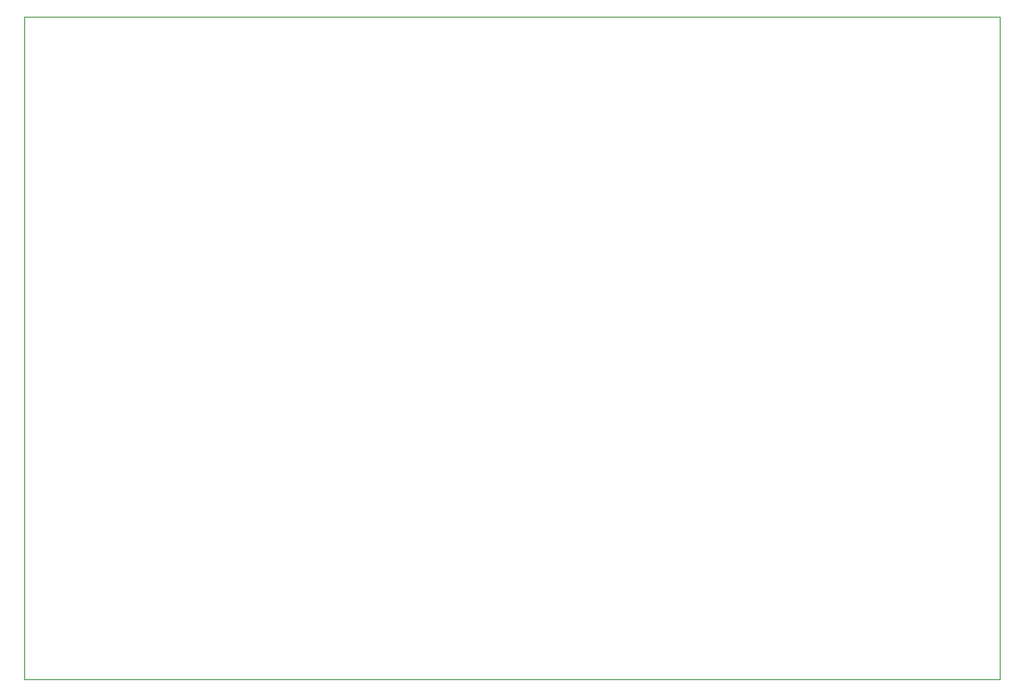
<source format=gm1>
G04*
G04 #@! TF.GenerationSoftware,Altium Limited,Altium Designer,18.0.11 (651)*
G04*
G04 Layer_Color=16711935*
%FSAX43Y43*%
%MOMM*%
G71*
G01*
G75*
%ADD59C,0.025*%
D59*
X0090170Y0128041D02*
X0188849D01*
X0188849Y0060960D01*
X0183363D02*
X0188849D01*
X0090170D02*
X0183363D01*
X0090170Y0128041D02*
X0090170Y0060960D01*
M02*

</source>
